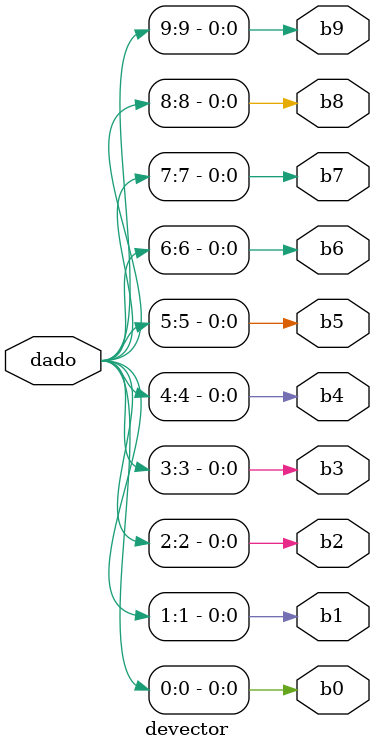
<source format=sv>
module devector(
input [9:0] dado,
output b0,
output b1,
output b2,
output b3,
output b4,
output b5,
output b6,
output b7,
output b8,
output b9
);

assign b0 = dado[0];
assign b1 = dado[1];
assign b2 = dado[2];
assign b3 = dado[3];
assign b4 = dado[4];
assign b5 = dado[5];
assign b6 = dado[6];
assign b7 = dado[7];
assign b8 = dado[8];
assign b9 = dado[9];

endmodule
</source>
